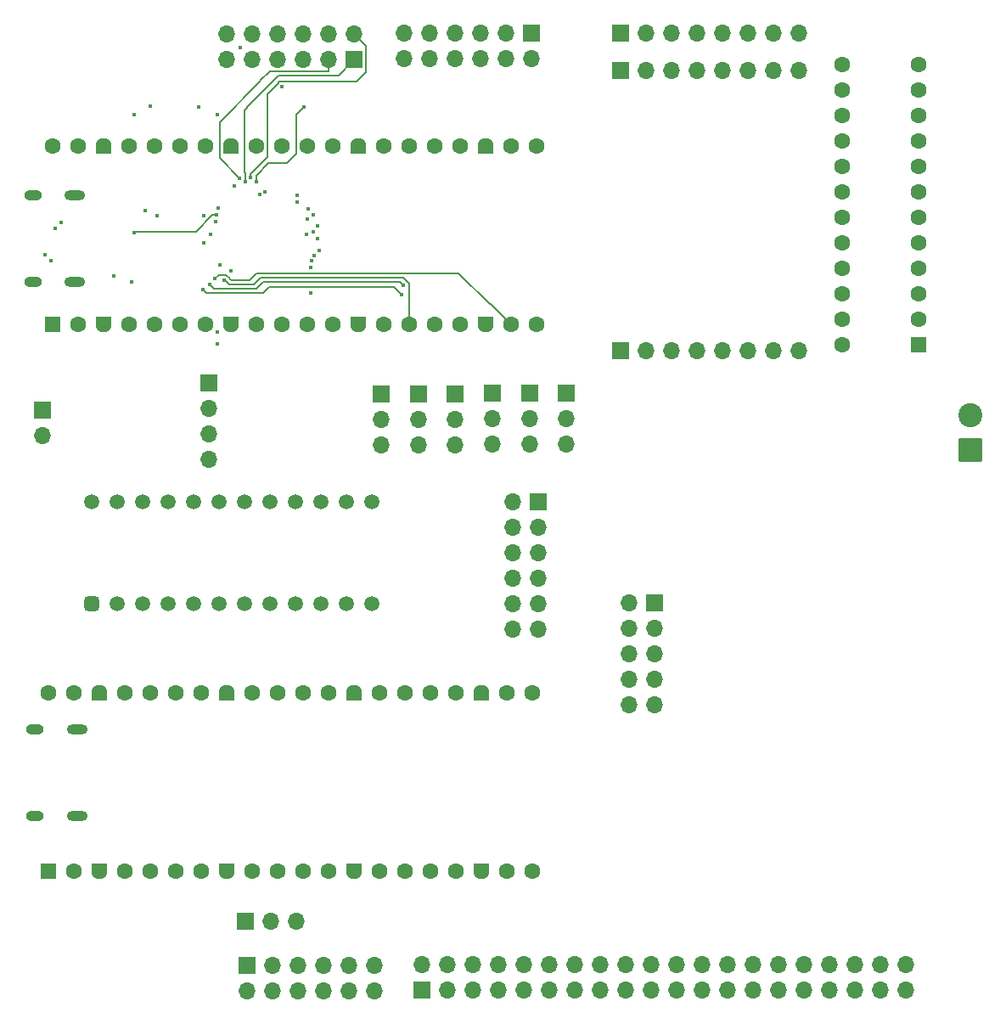
<source format=gbr>
%TF.GenerationSoftware,KiCad,Pcbnew,9.0.0*%
%TF.CreationDate,2025-06-09T15:05:36+02:00*%
%TF.ProjectId,stm32-fpga-bootloader,73746d33-322d-4667-9067-612d626f6f74,rev?*%
%TF.SameCoordinates,Original*%
%TF.FileFunction,Copper,L2,Inr*%
%TF.FilePolarity,Positive*%
%FSLAX46Y46*%
G04 Gerber Fmt 4.6, Leading zero omitted, Abs format (unit mm)*
G04 Created by KiCad (PCBNEW 9.0.0) date 2025-06-09 15:05:36*
%MOMM*%
%LPD*%
G01*
G04 APERTURE LIST*
G04 Aperture macros list*
%AMRoundRect*
0 Rectangle with rounded corners*
0 $1 Rounding radius*
0 $2 $3 $4 $5 $6 $7 $8 $9 X,Y pos of 4 corners*
0 Add a 4 corners polygon primitive as box body*
4,1,4,$2,$3,$4,$5,$6,$7,$8,$9,$2,$3,0*
0 Add four circle primitives for the rounded corners*
1,1,$1+$1,$2,$3*
1,1,$1+$1,$4,$5*
1,1,$1+$1,$6,$7*
1,1,$1+$1,$8,$9*
0 Add four rect primitives between the rounded corners*
20,1,$1+$1,$2,$3,$4,$5,0*
20,1,$1+$1,$4,$5,$6,$7,0*
20,1,$1+$1,$6,$7,$8,$9,0*
20,1,$1+$1,$8,$9,$2,$3,0*%
%AMFreePoly0*
4,1,37,0.603843,0.796157,0.639018,0.796157,0.711114,0.766294,0.766294,0.711114,0.796157,0.639018,0.796157,0.603843,0.800000,0.600000,0.800000,-0.600000,0.796157,-0.603843,0.796157,-0.639018,0.766294,-0.711114,0.711114,-0.766294,0.639018,-0.796157,0.603843,-0.796157,0.600000,-0.800000,0.000000,-0.800000,0.000000,-0.796148,-0.078414,-0.796148,-0.232228,-0.765552,-0.377117,-0.705537,
-0.507515,-0.618408,-0.618408,-0.507515,-0.705537,-0.377117,-0.765552,-0.232228,-0.796148,-0.078414,-0.796148,0.078414,-0.765552,0.232228,-0.705537,0.377117,-0.618408,0.507515,-0.507515,0.618408,-0.377117,0.705537,-0.232228,0.765552,-0.078414,0.796148,0.000000,0.796148,0.000000,0.800000,0.600000,0.800000,0.603843,0.796157,0.603843,0.796157,$1*%
%AMFreePoly1*
4,1,37,0.000000,0.796148,0.078414,0.796148,0.232228,0.765552,0.377117,0.705537,0.507515,0.618408,0.618408,0.507515,0.705537,0.377117,0.765552,0.232228,0.796148,0.078414,0.796148,-0.078414,0.765552,-0.232228,0.705537,-0.377117,0.618408,-0.507515,0.507515,-0.618408,0.377117,-0.705537,0.232228,-0.765552,0.078414,-0.796148,0.000000,-0.796148,0.000000,-0.800000,-0.600000,-0.800000,
-0.603843,-0.796157,-0.639018,-0.796157,-0.711114,-0.766294,-0.766294,-0.711114,-0.796157,-0.639018,-0.796157,-0.603843,-0.800000,-0.600000,-0.800000,0.600000,-0.796157,0.603843,-0.796157,0.639018,-0.766294,0.711114,-0.711114,0.766294,-0.639018,0.796157,-0.603843,0.796157,-0.600000,0.800000,0.000000,0.800000,0.000000,0.796148,0.000000,0.796148,$1*%
G04 Aperture macros list end*
%TA.AperFunction,ComponentPad*%
%ADD10RoundRect,0.250001X0.949999X-0.949999X0.949999X0.949999X-0.949999X0.949999X-0.949999X-0.949999X0*%
%TD*%
%TA.AperFunction,ComponentPad*%
%ADD11C,2.400000*%
%TD*%
%TA.AperFunction,ComponentPad*%
%ADD12RoundRect,0.375000X0.375000X-0.375000X0.375000X0.375000X-0.375000X0.375000X-0.375000X-0.375000X0*%
%TD*%
%TA.AperFunction,ComponentPad*%
%ADD13C,1.500000*%
%TD*%
%TA.AperFunction,ComponentPad*%
%ADD14RoundRect,0.200000X0.600000X-0.600000X0.600000X0.600000X-0.600000X0.600000X-0.600000X-0.600000X0*%
%TD*%
%TA.AperFunction,ComponentPad*%
%ADD15C,1.600000*%
%TD*%
%TA.AperFunction,ComponentPad*%
%ADD16FreePoly0,90.000000*%
%TD*%
%TA.AperFunction,ComponentPad*%
%ADD17FreePoly1,90.000000*%
%TD*%
%TA.AperFunction,ComponentPad*%
%ADD18R,1.700000X1.700000*%
%TD*%
%TA.AperFunction,ComponentPad*%
%ADD19O,1.700000X1.700000*%
%TD*%
%TA.AperFunction,HeatsinkPad*%
%ADD20O,2.100000X1.000000*%
%TD*%
%TA.AperFunction,HeatsinkPad*%
%ADD21O,1.800000X1.000000*%
%TD*%
%TA.AperFunction,ComponentPad*%
%ADD22RoundRect,0.250000X0.550000X0.550000X-0.550000X0.550000X-0.550000X-0.550000X0.550000X-0.550000X0*%
%TD*%
%TA.AperFunction,ViaPad*%
%ADD23C,0.450000*%
%TD*%
%TA.AperFunction,Conductor*%
%ADD24C,0.200000*%
%TD*%
G04 APERTURE END LIST*
D10*
%TO.N,Net-(J6-Pin_1)*%
%TO.C,J6*%
X208472500Y-73735000D03*
D11*
%TO.N,GND*%
X208472500Y-70235000D03*
%TD*%
D12*
%TO.N,unconnected-(U12-L3-Pad1)*%
%TO.C,U12*%
X120835000Y-89085000D03*
D13*
%TO.N,Net-(U12-D1)*%
X123375000Y-89085000D03*
%TO.N,/displays/7SEG_D*%
X125915000Y-89085000D03*
%TO.N,unconnected-(U12-L2-Pad4)*%
X128455000Y-89085000D03*
%TO.N,Net-(U12-D2)*%
X130995000Y-89085000D03*
%TO.N,unconnected-(U12-LC_CA-Pad6)*%
X133535000Y-89085000D03*
%TO.N,unconnected-(U12-LC_AN-Pad7)*%
X136075000Y-89085000D03*
%TO.N,Net-(U12-D3)*%
X138615000Y-89085000D03*
%TO.N,unconnected-(U12-DP1_AN-Pad9)*%
X141155000Y-89085000D03*
%TO.N,Net-(U12-D4)*%
X143695000Y-89085000D03*
%TO.N,/displays/7SEG_E*%
X146235000Y-89085000D03*
%TO.N,unconnected-(U12-DP2_AN-Pad12)*%
X148775000Y-89085000D03*
%TO.N,unconnected-(U12-UP_CA-Pad13)*%
X148775000Y-78925000D03*
%TO.N,unconnected-(U12-DP2_CA-Pad14)*%
X146235000Y-78925000D03*
%TO.N,unconnected-(U12-UP_AN-Pad15)*%
X143695000Y-78925000D03*
%TO.N,unconnected-(U12-DP1_CA-Pad16)*%
X141155000Y-78925000D03*
%TO.N,/displays/7SEG_A*%
X138615000Y-78925000D03*
%TO.N,/displays/7SEG_F*%
X136075000Y-78925000D03*
%TO.N,/displays/7SEG_B*%
X133535000Y-78925000D03*
%TO.N,/displays/7SEG_C*%
X130995000Y-78925000D03*
%TO.N,/displays/7SEG_E*%
X128455000Y-78925000D03*
%TO.N,/displays/7SEG_G*%
X125915000Y-78925000D03*
%TO.N,unconnected-(U12-L1-Pad23)*%
X123375000Y-78925000D03*
%TO.N,unconnected-(U12-L1_L2_L3_CA-Pad24)*%
X120835000Y-78925000D03*
%TD*%
D14*
%TO.N,/CPLD_B0_PT10A*%
%TO.C,A2*%
X116495000Y-115715000D03*
D15*
%TO.N,/CPLD_B1_PT10B*%
X119035000Y-115715000D03*
D16*
%TO.N,GND*%
X121575000Y-115715000D03*
D15*
%TO.N,/CPLD_B2_PT9A*%
X124115000Y-115715000D03*
%TO.N,/CPLD_B3_PT9B*%
X126655000Y-115715000D03*
%TO.N,/CPLD_B4_PR9A*%
X129195000Y-115715000D03*
%TO.N,/CPLD_B5_PR9B*%
X131735000Y-115715000D03*
D16*
%TO.N,GND*%
X134275000Y-115715000D03*
D15*
%TO.N,/CPLD_B6_PR9C*%
X136815000Y-115715000D03*
%TO.N,/CPLD_B7_PR9D*%
X139355000Y-115715000D03*
%TO.N,unconnected-(A2-GPIO8-Pad11)*%
X141895000Y-115715000D03*
%TO.N,unconnected-(A2-GPIO9-Pad12)*%
X144435000Y-115715000D03*
D16*
%TO.N,GND*%
X146975000Y-115715000D03*
D15*
%TO.N,/CPLD_CLOCK*%
X149515000Y-115715000D03*
%TO.N,unconnected-(A2-GPIO11-Pad15)*%
X152055000Y-115715000D03*
%TO.N,unconnected-(A2-GPIO12-Pad16)*%
X154595000Y-115715000D03*
%TO.N,unconnected-(A2-GPIO13-Pad17)*%
X157135000Y-115715000D03*
D16*
%TO.N,GND*%
X159675000Y-115715000D03*
D15*
%TO.N,unconnected-(A2-GPIO14-Pad19)*%
X162215000Y-115715000D03*
%TO.N,unconnected-(A2-GPIO15-Pad20)*%
X164755000Y-115715000D03*
%TO.N,/CPLD_MISO*%
X164755000Y-97935000D03*
%TO.N,/CPLD_SPI_CS*%
X162215000Y-97935000D03*
D17*
%TO.N,GND*%
X159675000Y-97935000D03*
D15*
%TO.N,/CPLDK_SCK*%
X157135000Y-97935000D03*
%TO.N,/CPLD_MOSI*%
X154595000Y-97935000D03*
%TO.N,/CPLD_SDA*%
X152055000Y-97935000D03*
%TO.N,/CPLD_SCL*%
X149515000Y-97935000D03*
D17*
%TO.N,GND*%
X146975000Y-97935000D03*
D15*
%TO.N,/CPLD_SPI_MCS*%
X144435000Y-97935000D03*
%TO.N,unconnected-(A2-RUN-Pad30)*%
X141895000Y-97935000D03*
%TO.N,unconnected-(A2-GPIO26_ADC0-Pad31)*%
X139355000Y-97935000D03*
%TO.N,unconnected-(A2-GPIO27_ADC1-Pad32)*%
X136815000Y-97935000D03*
D17*
%TO.N,unconnected-(A2-AGND-Pad33)*%
X134275000Y-97935000D03*
D15*
%TO.N,unconnected-(A2-GPIO28_ADC2-Pad34)*%
X131735000Y-97935000D03*
%TO.N,unconnected-(A2-ADC_VREF-Pad35)*%
X129195000Y-97935000D03*
%TO.N,unconnected-(A2-3V3-Pad36)*%
X126655000Y-97935000D03*
%TO.N,unconnected-(A2-3V3_EN-Pad37)*%
X124115000Y-97935000D03*
D17*
%TO.N,GND*%
X121575000Y-97935000D03*
D15*
%TO.N,unconnected-(A2-VSYS-Pad39)*%
X119035000Y-97935000D03*
%TO.N,VBUS2*%
X116495000Y-97935000D03*
%TD*%
D14*
%TO.N,/RPI_ICE0*%
%TO.C,A1*%
X116925000Y-61165000D03*
D15*
%TO.N,/RPI_ICE1*%
X119465000Y-61165000D03*
D16*
%TO.N,GND*%
X122005000Y-61165000D03*
D15*
%TO.N,/RPI_ICE2*%
X124545000Y-61165000D03*
%TO.N,/RPI_ICE3*%
X127085000Y-61165000D03*
%TO.N,/RPI_ICE4*%
X129625000Y-61165000D03*
%TO.N,/RPI_ICE5*%
X132165000Y-61165000D03*
D16*
%TO.N,GND*%
X134705000Y-61165000D03*
D15*
%TO.N,/RPI_ICE6*%
X137245000Y-61165000D03*
%TO.N,/RPI_ICE7*%
X139785000Y-61165000D03*
%TO.N,/IOB_23b*%
X142325000Y-61165000D03*
%TO.N,/IOT_43a*%
X144865000Y-61165000D03*
D16*
%TO.N,GND*%
X147405000Y-61165000D03*
D15*
%TO.N,Net-(A1-GPIO10)*%
X149945000Y-61165000D03*
%TO.N,/ICE_SPI_MOSI*%
X152485000Y-61165000D03*
%TO.N,/ICE_SPI_MISO*%
X155025000Y-61165000D03*
%TO.N,/ICE_SPI_SS*%
X157565000Y-61165000D03*
D16*
%TO.N,GND*%
X160105000Y-61165000D03*
D15*
%TO.N,/ICE_SPI_SCK*%
X162645000Y-61165000D03*
%TO.N,/ICE_nRST*%
X165185000Y-61165000D03*
%TO.N,/GPIO16_SPI0_RX*%
X165185000Y-43385000D03*
%TO.N,/GPIO17_SPI0_CSn*%
X162645000Y-43385000D03*
D17*
%TO.N,GND*%
X160105000Y-43385000D03*
D15*
%TO.N,/GPIO18_SPI0_SCK*%
X157565000Y-43385000D03*
%TO.N,/GPIO19_SPI0_TX*%
X155025000Y-43385000D03*
%TO.N,/GPIO20_I2C0_SDA*%
X152485000Y-43385000D03*
%TO.N,/GPIO21_I2C0_SCL*%
X149945000Y-43385000D03*
D17*
%TO.N,GND*%
X147405000Y-43385000D03*
D15*
%TO.N,/ICE_CDONE*%
X144865000Y-43385000D03*
%TO.N,Net-(A1-RUN)*%
X142325000Y-43385000D03*
%TO.N,/GPIO26_ADC0*%
X139785000Y-43385000D03*
%TO.N,/GPIO27_ADC1*%
X137245000Y-43385000D03*
D17*
%TO.N,unconnected-(A1-AGND-Pad33)*%
X134705000Y-43385000D03*
D15*
%TO.N,/LED1*%
X132165000Y-43385000D03*
%TO.N,unconnected-(A1-ADC_VREF-Pad35)*%
X129625000Y-43385000D03*
%TO.N,unconnected-(A1-3V3-Pad36)*%
X127085000Y-43385000D03*
%TO.N,unconnected-(A1-3V3_EN-Pad37)*%
X124545000Y-43385000D03*
D17*
%TO.N,GND*%
X122005000Y-43385000D03*
D15*
%TO.N,unconnected-(A1-VSYS-Pad39)*%
X119465000Y-43385000D03*
%TO.N,VBUS1*%
X116925000Y-43385000D03*
%TD*%
D18*
%TO.N,/lcmxo2-cpld-block/PL8A*%
%TO.C,J12*%
X136345000Y-125145000D03*
D19*
%TO.N,/lcmxo2-cpld-block/PL8B*%
X136345000Y-127685000D03*
%TO.N,/lcmxo2-cpld-block/PL5D*%
X138885000Y-125145000D03*
%TO.N,/lcmxo2-cpld-block/PL8D*%
X138885000Y-127685000D03*
%TO.N,/lcmxo2-cpld-block/PL5C*%
X141425000Y-125145000D03*
%TO.N,/lcmxo2-cpld-block/PL8C*%
X141425000Y-127685000D03*
%TO.N,/lcmxo2-cpld-block/PL9B{slash}PCLKC3_0*%
X143965000Y-125145000D03*
%TO.N,/lcmxo2-cpld-block/PL9A{slash}PCLKT3_0*%
X143965000Y-127685000D03*
%TO.N,GND*%
X146505000Y-125145000D03*
X146505000Y-127685000D03*
%TO.N,+3.3V*%
X149045000Y-125145000D03*
X149045000Y-127685000D03*
%TD*%
D20*
%TO.N,GND*%
%TO.C,J1*%
X119382500Y-101565000D03*
D21*
X115182500Y-101565000D03*
D20*
X119382500Y-110205000D03*
D21*
X115182500Y-110205000D03*
%TD*%
D20*
%TO.N,GND*%
%TO.C,J8*%
X119195000Y-48365000D03*
D21*
X114995000Y-48365000D03*
D20*
X119195000Y-57005000D03*
D21*
X114995000Y-57005000D03*
%TD*%
D18*
%TO.N,/IOT_39a*%
%TO.C,JP3*%
X157105000Y-68105000D03*
D19*
%TO.N,/MATRIX_SPI_MOSI*%
X157105000Y-70645000D03*
%TO.N,/PR8D*%
X157105000Y-73185000D03*
%TD*%
D18*
%TO.N,GND*%
%TO.C,J1003*%
X136165000Y-120685000D03*
D19*
%TO.N,/jtag-prog/DBG_RX*%
X138705000Y-120685000D03*
%TO.N,/jtag-prog/DBG_TX*%
X141245000Y-120685000D03*
%TD*%
D18*
%TO.N,/IOT_38b*%
%TO.C,JP2*%
X153405000Y-68105000D03*
D19*
%TO.N,/ENCODER_A*%
X153405000Y-70645000D03*
%TO.N,/PB15A*%
X153405000Y-73185000D03*
%TD*%
D18*
%TO.N,Net-(J13-3V3-Pad1)*%
%TO.C,J13*%
X153805000Y-127602500D03*
D19*
%TO.N,Net-(J13-5V-Pad2)*%
X153805000Y-125062500D03*
%TO.N,/CPLD_SDA*%
X156345000Y-127602500D03*
%TO.N,Net-(J13-5V-Pad2)*%
X156345000Y-125062500D03*
%TO.N,/CPLD_SCL*%
X158885000Y-127602500D03*
%TO.N,GND*%
X158885000Y-125062500D03*
%TO.N,/lcmxo2-cpld-block/PT15B*%
X161425000Y-127602500D03*
%TO.N,/lcmxo2-cpld-block/PB6A*%
X161425000Y-125062500D03*
%TO.N,GND*%
X163965000Y-127602500D03*
%TO.N,/lcmxo2-cpld-block/PB6B*%
X163965000Y-125062500D03*
%TO.N,/lcmxo2-cpld-block/PR5D{slash}PCLKC1_0*%
X166505000Y-127602500D03*
%TO.N,/lcmxo2-cpld-block/PR5C{slash}PCLKT1_0*%
X166505000Y-125062500D03*
%TO.N,/lcmxo2-cpld-block/PR2A*%
X169045000Y-127602500D03*
%TO.N,GND*%
X169045000Y-125062500D03*
%TO.N,/lcmxo2-cpld-block/PR4B*%
X171585000Y-127602500D03*
%TO.N,/lcmxo2-cpld-block/PR4A*%
X171585000Y-125062500D03*
%TO.N,Net-(J13-3V3-Pad1)*%
X174125000Y-127602500D03*
%TO.N,/lcmxo2-cpld-block/PR3B*%
X174125000Y-125062500D03*
%TO.N,/CPLD_MOSI*%
X176665000Y-127602500D03*
%TO.N,GND*%
X176665000Y-125062500D03*
%TO.N,/CPLD_MISO*%
X179205000Y-127602500D03*
%TO.N,/lcmxo2-cpld-block/PR3A*%
X179205000Y-125062500D03*
%TO.N,/CPLDK_SCK*%
X181745000Y-127602500D03*
%TO.N,/CPLD_SPI_CS*%
X181745000Y-125062500D03*
%TO.N,GND*%
X184285000Y-127602500D03*
%TO.N,/CPLD_SPI_MCS*%
X184285000Y-125062500D03*
%TO.N,/lcmxo2-cpld-block/PB4D*%
X186825000Y-127602500D03*
%TO.N,/lcmxo2-cpld-block/PT16C*%
X186825000Y-125062500D03*
%TO.N,/lcmxo2-cpld-block/PT12A{slash}PCLKT0_1*%
X189365000Y-127602500D03*
%TO.N,GND*%
X189365000Y-125062500D03*
%TO.N,/lcmxo2-cpld-block/PT12B{slash}PCLKC0_1*%
X191905000Y-127602500D03*
%TO.N,/lcmxo2-cpld-block/PT15A*%
X191905000Y-125062500D03*
%TO.N,/lcmxo2-cpld-block/PL3B{slash}PCLKC3_2*%
X194445000Y-127602500D03*
%TO.N,GND*%
X194445000Y-125062500D03*
%TO.N,/lcmxo2-cpld-block/PR5A*%
X196985000Y-127602500D03*
%TO.N,/lcmxo2-cpld-block/PR5B*%
X196985000Y-125062500D03*
%TO.N,/lcmxo2-cpld-block/PR2B*%
X199525000Y-127602500D03*
%TO.N,/lcmxo2-cpld-block/PR4D*%
X199525000Y-125062500D03*
%TO.N,GND*%
X202065000Y-127602500D03*
%TO.N,/lcmxo2-cpld-block/PR4C*%
X202065000Y-125062500D03*
%TD*%
D18*
%TO.N,/IOT_45a_G1*%
%TO.C,JP6*%
X164505000Y-68085000D03*
D19*
%TO.N,/ENCODER_BTN*%
X164505000Y-70625000D03*
%TO.N,/PB11B{slash}PCLKC2_1*%
X164505000Y-73165000D03*
%TD*%
D18*
%TO.N,Net-(J10-Pin_1)*%
%TO.C,J10*%
X173605000Y-35885000D03*
D19*
%TO.N,Net-(J10-Pin_2)*%
X176145000Y-35885000D03*
%TO.N,Net-(J10-Pin_3)*%
X178685000Y-35885000D03*
%TO.N,Net-(J10-Pin_4)*%
X181225000Y-35885000D03*
%TO.N,Net-(J10-Pin_5)*%
X183765000Y-35885000D03*
%TO.N,Net-(J10-Pin_6)*%
X186305000Y-35885000D03*
%TO.N,Net-(J10-Pin_7)*%
X188845000Y-35885000D03*
%TO.N,Net-(J10-Pin_8)*%
X191385000Y-35885000D03*
%TD*%
D18*
%TO.N,/IOT_36b*%
%TO.C,JP4*%
X160805000Y-68060000D03*
D19*
%TO.N,/ENCODER_B*%
X160805000Y-70600000D03*
%TO.N,/PB15B*%
X160805000Y-73140000D03*
%TD*%
D18*
%TO.N,Net-(J1001-Pin_1)*%
%TO.C,J1001*%
X132530000Y-67085000D03*
D19*
%TO.N,Net-(J1001-Pin_2)*%
X132530000Y-69625000D03*
%TO.N,Net-(J1001-Pin_3)*%
X132530000Y-72165000D03*
%TO.N,Net-(J1001-Pin_4)*%
X132530000Y-74705000D03*
%TD*%
D18*
%TO.N,/IOB_0a*%
%TO.C,J5*%
X147030000Y-34810000D03*
D19*
%TO.N,/IOB_5b*%
X147030000Y-32270000D03*
%TO.N,/IOB_2a*%
X144490000Y-34810000D03*
%TO.N,/IOB_6a*%
X144490000Y-32270000D03*
%TO.N,/IOB_3b_G6*%
X141950000Y-34810000D03*
%TO.N,/IOB_8a*%
X141950000Y-32270000D03*
%TO.N,/IOB_4a*%
X139410000Y-34810000D03*
%TO.N,/IOT_51a*%
X139410000Y-32270000D03*
%TO.N,GND*%
X136870000Y-34810000D03*
X136870000Y-32270000D03*
%TO.N,+3.3V*%
X134330000Y-34810000D03*
X134330000Y-32270000D03*
%TD*%
D22*
%TO.N,Net-(Q3-D)*%
%TO.C,U8*%
X203340000Y-63255000D03*
D15*
%TO.N,Net-(J11-Pin_1)*%
X203340000Y-60715000D03*
%TO.N,Net-(J11-Pin_5)*%
X203340000Y-58175000D03*
%TO.N,GND*%
X203340000Y-55635000D03*
%TO.N,Net-(J11-Pin_7)*%
X203340000Y-53095000D03*
%TO.N,Net-(J11-Pin_3)*%
X203340000Y-50555000D03*
%TO.N,Net-(J11-Pin_4)*%
X203340000Y-48015000D03*
%TO.N,Net-(J11-Pin_8)*%
X203340000Y-45475000D03*
%TO.N,GND*%
X203340000Y-42935000D03*
%TO.N,Net-(J11-Pin_6)*%
X203340000Y-40395000D03*
%TO.N,Net-(J11-Pin_2)*%
X203340000Y-37855000D03*
%TO.N,Net-(Q1-D)*%
X203340000Y-35315000D03*
%TO.N,Net-(Q2-D)*%
X195720000Y-35315000D03*
%TO.N,Net-(J10-Pin_1)*%
X195720000Y-37855000D03*
%TO.N,Net-(J10-Pin_6)*%
X195720000Y-40395000D03*
%TO.N,Net-(J10-Pin_2)*%
X195720000Y-42935000D03*
%TO.N,Net-(J10-Pin_7)*%
X195720000Y-45475000D03*
%TO.N,Net-(U8-ISET)*%
X195720000Y-48015000D03*
%TO.N,+5V*%
X195720000Y-50555000D03*
%TO.N,Net-(J10-Pin_3)*%
X195720000Y-53095000D03*
%TO.N,Net-(J10-Pin_5)*%
X195720000Y-55635000D03*
%TO.N,Net-(J10-Pin_8)*%
X195720000Y-58175000D03*
%TO.N,Net-(J10-Pin_4)*%
X195720000Y-60715000D03*
%TO.N,unconnected-(U8-DOUT-Pad24)*%
X195720000Y-63255000D03*
%TD*%
D18*
%TO.N,/IOT_48b*%
%TO.C,JP5*%
X168205000Y-68085000D03*
D19*
%TO.N,/MATRIX_SPI_SCK*%
X168205000Y-70625000D03*
%TO.N,/PR10D*%
X168205000Y-73165000D03*
%TD*%
D18*
%TO.N,/IOT_44b*%
%TO.C,JP1*%
X149705000Y-68105000D03*
D19*
%TO.N,/MATRIX_SPI_nCS*%
X149705000Y-70645000D03*
%TO.N,/PR10C*%
X149705000Y-73185000D03*
%TD*%
D18*
%TO.N,Net-(J11-Pin_1)*%
%TO.C,J11*%
X173605000Y-63825000D03*
D19*
%TO.N,Net-(J11-Pin_2)*%
X176145000Y-63825000D03*
%TO.N,Net-(J11-Pin_3)*%
X178685000Y-63825000D03*
%TO.N,Net-(J11-Pin_4)*%
X181225000Y-63825000D03*
%TO.N,Net-(J11-Pin_5)*%
X183765000Y-63825000D03*
%TO.N,Net-(J11-Pin_6)*%
X186305000Y-63825000D03*
%TO.N,Net-(J11-Pin_7)*%
X188845000Y-63825000D03*
%TO.N,Net-(J11-Pin_8)*%
X191385000Y-63825000D03*
%TD*%
D18*
%TO.N,/displays/SHIFT_REG_DATA*%
%TO.C,J9*%
X165405000Y-78865000D03*
D19*
%TO.N,/displays/7SEG_D1*%
X162865000Y-78865000D03*
%TO.N,/displays/SHIFT_REG_STCLK*%
X165405000Y-81405000D03*
%TO.N,/displays/7SEG_D2*%
X162865000Y-81405000D03*
%TO.N,/displays/SHIFT_REG_CLK*%
X165405000Y-83945000D03*
%TO.N,/displays/7SEG_D3*%
X162865000Y-83945000D03*
%TO.N,/displays/SHIFT_REG_nMCLR*%
X165405000Y-86485000D03*
%TO.N,/displays/7SEG_D4*%
X162865000Y-86485000D03*
%TO.N,/displays/SHIFT_REG_OE*%
X165405000Y-89025000D03*
%TO.N,GND*%
X162865000Y-89025000D03*
%TO.N,+3.3V*%
X165405000Y-91565000D03*
X162865000Y-91565000D03*
%TD*%
D18*
%TO.N,Net-(J15-Pin_1)*%
%TO.C,J15*%
X115930000Y-69785000D03*
D19*
%TO.N,GND*%
X115930000Y-72325000D03*
%TD*%
D18*
%TO.N,/GPIO18_SPI0_SCK*%
%TO.C,J3*%
X164725000Y-32145000D03*
D19*
%TO.N,/GPIO19_SPI0_TX*%
X164725000Y-34685000D03*
%TO.N,/GPIO16_SPI0_RX*%
X162185000Y-32145000D03*
%TO.N,/GPIO17_SPI0_CSn*%
X162185000Y-34685000D03*
%TO.N,/ICE_CLOCK*%
X159645000Y-32145000D03*
%TO.N,GND*%
X159645000Y-34685000D03*
%TO.N,/GPIO20_I2C0_SDA*%
X157105000Y-32145000D03*
%TO.N,/GPIO21_I2C0_SCL*%
X157105000Y-34685000D03*
%TO.N,/GPIO26_ADC0*%
X154565000Y-32145000D03*
%TO.N,/GPIO27_ADC1*%
X154565000Y-34685000D03*
%TO.N,unconnected-(J3-Pin_11-Pad11)*%
X152025000Y-32145000D03*
%TO.N,+3.3V*%
X152025000Y-34685000D03*
%TD*%
D18*
%TO.N,/PT10C{slash}TDO*%
%TO.C,J1002*%
X176995000Y-88935000D03*
D19*
%TO.N,/TDI*%
X174455000Y-88935000D03*
%TO.N,/PT10D{slash}TDI*%
X176995000Y-91475000D03*
%TO.N,/TDO*%
X174455000Y-91475000D03*
%TO.N,/PT11C{slash}TCK*%
X176995000Y-94015000D03*
%TO.N,/TCK*%
X174455000Y-94015000D03*
%TO.N,/PT11D{slash}TMS*%
X176995000Y-96555000D03*
%TO.N,/TMS*%
X174455000Y-96555000D03*
%TO.N,GND*%
X176995000Y-99095000D03*
X174455000Y-99095000D03*
%TD*%
D18*
%TO.N,/IOT_50b*%
%TO.C,J1004*%
X173575000Y-32185000D03*
D19*
%TO.N,/IOB_13b*%
X176115000Y-32185000D03*
%TO.N,/IOT_37a*%
X178655000Y-32185000D03*
%TO.N,/IOB_20a*%
X181195000Y-32185000D03*
%TO.N,/IOB_22a*%
X183735000Y-32185000D03*
%TO.N,/IOB_23b*%
X186275000Y-32185000D03*
%TO.N,/IOT_43a*%
X188815000Y-32185000D03*
%TO.N,GND*%
X191355000Y-32185000D03*
%TD*%
D23*
%TO.N,/RPI_ICE0*%
X125055000Y-52085000D03*
%TO.N,/IOB_8a*%
X135655000Y-33635000D03*
%TO.N,/GPIO27_ADC1*%
X139805000Y-37535000D03*
%TO.N,/ICE_CDONE*%
X125055000Y-40285000D03*
X133405000Y-40285000D03*
%TO.N,/IOB_3b_G6*%
X141973732Y-39558732D03*
%TO.N,Net-(A1-RUN)*%
X126730000Y-39460000D03*
X131555000Y-39485000D03*
%TO.N,/IOB_4a*%
X135115000Y-47435000D03*
%TO.N,/IOB_2a*%
X135605000Y-46635000D03*
%TO.N,/IOB_0a*%
X136165000Y-47003366D03*
%TO.N,/IOB_5b*%
X136705000Y-46585000D03*
%TO.N,/IOB_3b_G6*%
X137237090Y-46958341D03*
%TO.N,/RPI_ICE6*%
X137573620Y-48275690D03*
%TO.N,/IOT_51a*%
X138155000Y-47985000D03*
%TO.N,/IOT_50b*%
X141355000Y-48335000D03*
%TO.N,/IOT_45a_G1*%
X141355000Y-49035000D03*
%TO.N,/IOT_48b*%
X142405000Y-49681500D03*
%TO.N,/ICE_CLOCK*%
X142905000Y-50285000D03*
%TO.N,/IOT_44b*%
X142355000Y-50732500D03*
%TO.N,+3.3V*%
X143405000Y-51385000D03*
%TO.N,/IOT_43a*%
X142905887Y-51984634D03*
%TO.N,/RPI_ICE1*%
X142305000Y-52232500D03*
%TO.N,+3.3V*%
X143355000Y-52682500D03*
%TO.N,/RPI_ICE7*%
X143505000Y-53835000D03*
%TO.N,/IOT_38b*%
X143073125Y-54325309D03*
%TO.N,/IOT_39a*%
X142754098Y-54891634D03*
%TO.N,/IOT_36b*%
X142655492Y-55560000D03*
%TO.N,/IOT_37a*%
X142655000Y-58085000D03*
%TO.N,/ICE_SPI_MISO*%
X151755000Y-58235000D03*
%TO.N,/ICE_SPI_SS*%
X151905000Y-57335000D03*
%TO.N,/ICE_SPI_MOSI*%
X127405000Y-50385000D03*
%TO.N,/ICE_SPI_SCK*%
X126155000Y-49885000D03*
%TO.N,/ICE_SPI_SS*%
X123071250Y-56401250D03*
%TO.N,/ICE_SPI_MISO*%
X124855000Y-56935000D03*
%TO.N,/IOB_13b*%
X132705000Y-52200056D03*
%TO.N,/IOB_8a*%
X133173451Y-50922882D03*
%TO.N,/RPI_ICE0*%
X133281092Y-50281854D03*
%TO.N,/IOB_6a*%
X133455000Y-49635000D03*
%TO.N,/D-*%
X117769589Y-51057615D03*
%TO.N,/D+*%
X117168547Y-51658657D03*
%TO.N,/D-*%
X116204479Y-54234479D03*
%TO.N,/D+*%
X116805521Y-54835521D03*
%TO.N,/IOB_22a*%
X133605000Y-55282500D03*
%TO.N,/RPI_ICE3*%
X134705000Y-55835000D03*
%TO.N,/ICE_SPI_MISO*%
X131955000Y-57735000D03*
%TO.N,/ICE_SPI_SS*%
X132642869Y-57258983D03*
%TO.N,/ICE_SPI_SCK*%
X133157354Y-56646358D03*
%TO.N,/ICE_SPI_MOSI*%
X134046730Y-56793270D03*
%TO.N,/RPI_ICE2*%
X133355000Y-61935000D03*
X133405000Y-63185000D03*
%TO.N,/ICE_nRST*%
X132001232Y-53088768D03*
X132055000Y-50385000D03*
%TD*%
D24*
%TO.N,/IOB_5b*%
X148181000Y-36059000D02*
X148181000Y-33421000D01*
X147231000Y-37009000D02*
X148181000Y-36059000D01*
X148181000Y-33421000D02*
X147030000Y-32270000D01*
X139581000Y-37009000D02*
X147231000Y-37009000D01*
X139355000Y-37235000D02*
X139581000Y-37009000D01*
%TO.N,/IOB_3b_G6*%
X141224000Y-40308464D02*
X141224000Y-44216000D01*
X141973732Y-39558732D02*
X141224000Y-40308464D01*
X141224000Y-44216000D02*
X140305000Y-45135000D01*
%TO.N,/IOB_0a*%
X136305000Y-39535000D02*
X139454000Y-36386000D01*
X136305000Y-39635000D02*
X136305000Y-39535000D01*
X145454000Y-36386000D02*
X147030000Y-34810000D01*
X136055000Y-46025000D02*
X136055000Y-39885000D01*
X136055000Y-39885000D02*
X136305000Y-39635000D01*
X136165000Y-46135000D02*
X136055000Y-46025000D01*
X136165000Y-47003366D02*
X136165000Y-46135000D01*
X139454000Y-36386000D02*
X145454000Y-36386000D01*
%TO.N,/IOB_5b*%
X139355000Y-37235000D02*
X139454000Y-37136000D01*
%TO.N,/IOB_2a*%
X133599000Y-41041000D02*
X133599000Y-44629000D01*
X137655000Y-36985000D02*
X133599000Y-41041000D01*
X137655000Y-36935000D02*
X137655000Y-36985000D01*
X133599000Y-44629000D02*
X135605000Y-46635000D01*
X144440000Y-35985000D02*
X138605000Y-35985000D01*
X144490000Y-35935000D02*
X144440000Y-35985000D01*
X144490000Y-34810000D02*
X144490000Y-35935000D01*
X138605000Y-35985000D02*
X137655000Y-36935000D01*
%TO.N,/IOB_5b*%
X138346000Y-38244000D02*
X139355000Y-37235000D01*
X137805000Y-45085000D02*
X138346000Y-44544000D01*
X139454000Y-37136000D02*
X139460123Y-37136000D01*
X138346000Y-44544000D02*
X138346000Y-38244000D01*
%TO.N,/RPI_ICE0*%
X132908146Y-50281854D02*
X133281092Y-50281854D01*
X131255000Y-51935000D02*
X132908146Y-50281854D01*
X125205000Y-51935000D02*
X131255000Y-51935000D01*
X125055000Y-52085000D02*
X125205000Y-51935000D01*
%TO.N,/IOB_5b*%
X136705000Y-46185000D02*
X137805000Y-45085000D01*
X136705000Y-46585000D02*
X136705000Y-46185000D01*
%TO.N,/IOB_3b_G6*%
X138455000Y-45135000D02*
X137237090Y-46352910D01*
X140305000Y-45135000D02*
X138455000Y-45135000D01*
X137237090Y-46352910D02*
X137237090Y-46958341D01*
%TO.N,/ICE_SPI_MOSI*%
X152485000Y-57165000D02*
X152485000Y-61165000D01*
X137055000Y-57235000D02*
X137705000Y-56585000D01*
X137705000Y-56585000D02*
X151905000Y-56585000D01*
X151905000Y-56585000D02*
X152485000Y-57165000D01*
X134605000Y-57235000D02*
X137055000Y-57235000D01*
X134163270Y-56793270D02*
X134605000Y-57235000D01*
X134046730Y-56793270D02*
X134163270Y-56793270D01*
%TO.N,/ICE_SPI_SS*%
X151555000Y-56985000D02*
X151905000Y-57335000D01*
X137955000Y-56985000D02*
X151555000Y-56985000D01*
X137304000Y-57636000D02*
X137955000Y-56985000D01*
X133019886Y-57636000D02*
X137304000Y-57636000D01*
X132642869Y-57258983D02*
X133019886Y-57636000D01*
%TO.N,/ICE_SPI_SCK*%
X160640000Y-59160000D02*
X162645000Y-61165000D01*
X160530000Y-59160000D02*
X160640000Y-59160000D01*
X157455000Y-56085000D02*
X160530000Y-59160000D01*
X137305000Y-56085000D02*
X157455000Y-56085000D01*
X136556000Y-56834000D02*
X137305000Y-56085000D01*
X134655000Y-56657663D02*
X134655000Y-56685000D01*
X134264607Y-56267270D02*
X134655000Y-56657663D01*
X133537270Y-56267270D02*
X134264607Y-56267270D01*
X133157354Y-56638769D02*
X133533061Y-56263061D01*
X134804000Y-56834000D02*
X136556000Y-56834000D01*
X133157354Y-56646358D02*
X133157354Y-56638769D01*
X133533061Y-56263061D02*
X133537270Y-56267270D01*
X134655000Y-56685000D02*
X134804000Y-56834000D01*
%TO.N,/ICE_SPI_MISO*%
X138505000Y-57485000D02*
X151005000Y-57485000D01*
X151455000Y-57935000D02*
X151755000Y-58235000D01*
X137953000Y-58037000D02*
X138505000Y-57485000D01*
X151005000Y-57485000D02*
X151455000Y-57935000D01*
X131955000Y-57735000D02*
X132257000Y-58037000D01*
X132257000Y-58037000D02*
X137953000Y-58037000D01*
%TD*%
M02*

</source>
